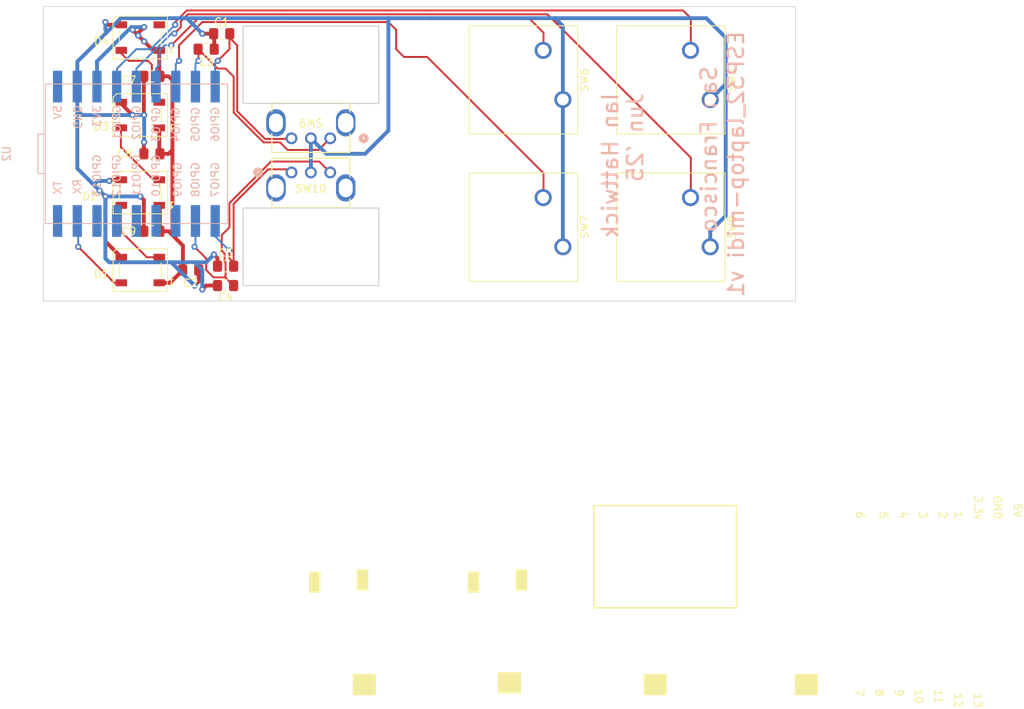
<source format=kicad_pcb>
(kicad_pcb (version 20240108) (generator "pcbnew") (generator_version "8.0")
  (layers (0 "F.Cu" signal) (31 "B.Cu" signal) (34 "B.Paste" user) (35 "F.Paste" user) (36 "B.SilkS" user "B.Silkscreen") (37 "F.SilkS" user "F.Silkscreen") (38 "B.Mask" user) (39 "F.Mask" user) (44 "Edge.Cuts" user))
  (net 0 "")
  (net 1 "/A1")
  (net 2 "+3.3V")
  (net 3 "GND")
  (net 4 "/A2")
  (net 5 "/A3")
  (net 6 "/A0")
  (net 7 "/A8")
  (net 8 "/A9")
  (net 9 "/D0")
  (net 10 "+5V")
  (net 11 "/DI")
  (net 12 "Net-(D1-DOUT)")
  (net 13 "Net-(D2-DOUT)")
  (net 14 "Net-(D3-DOUT)")
  (net 16 "/EncA1")
  (net 17 "/EncB2")
  (net 18 "/EncB1")
  (net 19 "/EncA2")
  (footprint "LED_SMD:LED_WS2812B_PLCC4_5.0x5.0mm_P3.2mm" (layer "F.Cu") (at 165.5 36 180)
    (property "Reference" "D3" (at 5 -1.5 0) (layer "F.SilkS"))
    (property "Value" "WS2812B")
    (fp_line (start 3.5 2.3) (end 3.5 -2.75) (stroke (width 0.12)) (layer "F.SilkS"))
    (fp_line (start 3.05 2.75) (end 3.5 2.3) (stroke (width 0.12)) (layer "F.SilkS"))
    (fp_line (start 2.7 0.9) (end 2.7 -0.9) (stroke (width 0.12)) (layer "F.SilkS"))
    (fp_line (start -2.7 0.9) (end -2.7 -0.9) (stroke (width 0.12)) (layer "F.SilkS"))
    (fp_line (start -3.5 2.75) (end 3.05 2.75) (stroke (width 0.12)) (layer "F.SilkS"))
    (fp_line (start -3.5 -2.75) (end 3.5 -2.75) (stroke (width 0.12)) (layer "F.SilkS"))
    (fp_line (start -3.5 -2.75) (end -3.5 2.75) (stroke (width 0.12)) (layer "F.SilkS"))
    (fp_text user "1" (at -4 -1.6 180) (layer "F.SilkS") (effects (font (size 0.8 0.8))))
    (pad "1" smd roundrect (at -2.45 -1.65 180) (size 1.5 0.9) (layers "F.Cu" "F.Paste" "F.Mask") (roundrect_rratio 0.1) (net 2 "+3.3V"))
    (pad "2" smd roundrect (at -2.45 1.65 180) (size 1.5 0.9) (layers "F.Cu" "F.Paste" "F.Mask") (roundrect_rratio 0.1) (net 14 "Net-(D3-DOUT)"))
    (pad "3" smd roundrect (at 2.45 1.65 180) (size 1.5 0.9) (layers "F.Cu" "F.Paste" "F.Mask") (roundrect_rratio 0.1) (net 3 "GND"))
    (pad "4" smd roundrect (at 2.45 -1.65 180) (size 1.5 0.9) (layers "F.Cu" "F.Paste" "F.Mask") (roundrect_rratio 0.1) (net 13 "Net-(D2-DOUT)"))
  )
  (footprint "Button_Switch_Keyboard:SW_Cherry_MX_1.00u_PCB" (layer "F.Cu") (at 220 34 -90)
    (property "Reference" "SW6" (at -2.54 -2.794 90) (layer "F.SilkS"))
    (property "Value" "SW_SPST")
    (fp_line (start -9.525 12.065) (end -9.525 -1.905) (stroke (width 0.12)) (layer "F.SilkS"))
    (fp_line (start 4.445 12.065) (end -9.525 12.065) (stroke (width 0.12)) (layer "F.SilkS"))
    (fp_line (start -9.525 -1.905) (end 4.445 -1.905) (stroke (width 0.12)) (layer "F.SilkS"))
    (fp_line (start 4.445 -1.905) (end 4.445 12.065) (stroke (width 0.12)) (layer "F.SilkS"))
    (pad "" np_thru_hole circle (at -7.62 5.08 270) (size 1.7 1.7) (drill 1.7) (layers "*.Cu" "*.Mask"))
    (pad "" np_thru_hole circle (at -2.54 5.08 270) (size 4 4) (drill 4) (layers "*.Cu" "*.Mask"))
    (pad "" np_thru_hole circle (at 2.54 5.08 270) (size 1.7 1.7) (drill 1.7) (layers "*.Cu" "*.Mask"))
    (pad "1" thru_hole circle (at 0 0 270) (size 2.2 2.2) (drill 1.5) (layers "*.Cu" "*.Mask") (net 3 "GND"))
    (pad "2" thru_hole circle (at -6.35 2.54 270) (size 2.2 2.2) (drill 1.5) (layers "*.Cu" "*.Mask") (net 4 "/A2"))
  )
  (footprint "LED_SMD:LED_WS2812B_PLCC4_5.0x5.0mm_P3.2mm" (layer "F.Cu") (at 165.5 26 180)
    (property "Reference" "D4" (at 5 -0.5 0) (layer "F.SilkS"))
    (property "Value" "WS2812B")
    (fp_line (start 3.5 2.3) (end 3.5 -2.75) (stroke (width 0.12)) (layer "F.SilkS"))
    (fp_line (start 3.05 2.75) (end 3.5 2.3) (stroke (width 0.12)) (layer "F.SilkS"))
    (fp_line (start 2.7 0.9) (end 2.7 -0.9) (stroke (width 0.12)) (layer "F.SilkS"))
    (fp_line (start -2.7 0.9) (end -2.7 -0.9) (stroke (width 0.12)) (layer "F.SilkS"))
    (fp_line (start -3.5 2.75) (end 3.05 2.75) (stroke (width 0.12)) (layer "F.SilkS"))
    (fp_line (start -3.5 -2.75) (end 3.5 -2.75) (stroke (width 0.12)) (layer "F.SilkS"))
    (fp_line (start -3.5 -2.75) (end -3.5 2.75) (stroke (width 0.12)) (layer "F.SilkS"))
    (fp_text user "1" (at -4 -1.6 180) (layer "F.SilkS") (effects (font (size 0.8 0.8))))
    (pad "1" smd roundrect (at -2.45 -1.65 180) (size 1.5 0.9) (layers "F.Cu" "F.Paste" "F.Mask") (roundrect_rratio 0.1) (net 2 "+3.3V"))
    (pad "2" smd roundrect (at -2.45 1.65 180) (size 1.5 0.9) (layers "F.Cu" "F.Paste" "F.Mask") (roundrect_rratio 0.1))
    (pad "3" smd roundrect (at 2.45 1.65 180) (size 1.5 0.9) (layers "F.Cu" "F.Paste" "F.Mask") (roundrect_rratio 0.1) (net 3 "GND"))
    (pad "4" smd roundrect (at 2.45 -1.65 180) (size 1.5 0.9) (layers "F.Cu" "F.Paste" "F.Mask") (roundrect_rratio 0.1) (net 14 "Net-(D3-DOUT)"))
  )
  (footprint "Capacitor_SMD:C_0805_2012Metric_Pad1.18x1.45mm_HandSolder" (layer "F.Cu") (at 167 41)
    (property "Reference" "C8" (at -3.5 0 0) (layer "F.SilkS"))
    (property "Value" "0.1uF")
    (fp_line (start -0.261252 -0.735) (end 0.261252 -0.735) (stroke (width 0.12)) (layer "F.SilkS"))
    (fp_line (start -0.261252 0.735) (end 0.261252 0.735) (stroke (width 0.12)) (layer "F.SilkS"))
    (pad "1" smd roundrect (at -1.0375 0) (size 1.175 1.45) (layers "F.Cu" "F.Paste" "F.Mask") (roundrect_rratio 0.212766) (net 3 "GND"))
    (pad "2" smd roundrect (at 1.0375 0) (size 1.175 1.45) (layers "F.Cu" "F.Paste" "F.Mask") (roundrect_rratio 0.212766) (net 2 "+3.3V"))
  )
  (footprint "Button_Switch_Keyboard:SW_Cherry_MX_1.00u_PCB" (layer "F.Cu") (at 239 53 -90)
    (property "Reference" "SW8" (at -2.54 -2.794 90) (layer "F.SilkS"))
    (property "Value" "SW_SPST")
    (fp_line (start -9.525 12.065) (end -9.525 -1.905) (stroke (width 0.12)) (layer "F.SilkS"))
    (fp_line (start 4.445 12.065) (end -9.525 12.065) (stroke (width 0.12)) (layer "F.SilkS"))
    (fp_line (start -9.525 -1.905) (end 4.445 -1.905) (stroke (width 0.12)) (layer "F.SilkS"))
    (fp_line (start 4.445 -1.905) (end 4.445 12.065) (stroke (width 0.12)) (layer "F.SilkS"))
    (pad "" np_thru_hole circle (at -7.62 5.08 270) (size 1.7 1.7) (drill 1.7) (layers "*.Cu" "*.Mask"))
    (pad "" np_thru_hole circle (at -2.54 5.08 270) (size 4 4) (drill 4) (layers "*.Cu" "*.Mask"))
    (pad "" np_thru_hole circle (at 2.54 5.08 270) (size 1.7 1.7) (drill 1.7) (layers "*.Cu" "*.Mask"))
    (pad "1" thru_hole circle (at 0 0 270) (size 2.2 2.2) (drill 1.5) (layers "*.Cu" "*.Mask") (net 3 "GND"))
    (pad "2" thru_hole circle (at -6.35 2.54 270) (size 2.2 2.2) (drill 1.5) (layers "*.Cu" "*.Mask") (net 1 "/A1"))
  )
  (footprint "MountingHole:MountingHole_3.2mm_M3" (layer "F.Cu") (at 156 57)
    (property "Reference" "H6" (hide yes))
    (property "Value" "MountingHole")
    (pad "" np_thru_hole circle (at 0 -1) (size 3.2 3.2) (drill 3.2) (layers "F&B.Cu" "*.Mask"))
  )
  (footprint "LED_SMD:LED_WS2812B_PLCC4_5.0x5.0mm_P3.2mm" (layer "F.Cu") (at 165.5 46 180)
    (property "Reference" "D2" (at 6.5 -0.5 0) (layer "F.SilkS"))
    (property "Value" "WS2812B")
    (fp_line (start 3.5 2.3) (end 3.5 -2.75) (stroke (width 0.12)) (layer "F.SilkS"))
    (fp_line (start 3.05 2.75) (end 3.5 2.3) (stroke (width 0.12)) (layer "F.SilkS"))
    (fp_line (start 2.7 0.9) (end 2.7 -0.9) (stroke (width 0.12)) (layer "F.SilkS"))
    (fp_line (start -2.7 0.9) (end -2.7 -0.9) (stroke (width 0.12)) (layer "F.SilkS"))
    (fp_line (start -3.5 2.75) (end 3.05 2.75) (stroke (width 0.12)) (layer "F.SilkS"))
    (fp_line (start -3.5 -2.75) (end 3.5 -2.75) (stroke (width 0.12)) (layer "F.SilkS"))
    (fp_line (start -3.5 -2.75) (end -3.5 2.75) (stroke (width 0.12)) (layer "F.SilkS"))
    (fp_text user "1" (at -4 -1.6 180) (layer "F.SilkS") (effects (font (size 0.8 0.8))))
    (pad "1" smd roundrect (at -2.45 -1.65 180) (size 1.5 0.9) (layers "F.Cu" "F.Paste" "F.Mask") (roundrect_rratio 0.1) (net 2 "+3.3V"))
    (pad "2" smd roundrect (at -2.45 1.65 180) (size 1.5 0.9) (layers "F.Cu" "F.Paste" "F.Mask") (roundrect_rratio 0.1) (net 13 "Net-(D2-DOUT)"))
    (pad "3" smd roundrect (at 2.45 1.65 180) (size 1.5 0.9) (layers "F.Cu" "F.Paste" "F.Mask") (roundrect_rratio 0.1) (net 3 "GND"))
    (pad "4" smd roundrect (at 2.45 -1.65 180) (size 1.5 0.9) (layers "F.Cu" "F.Paste" "F.Mask") (roundrect_rratio 0.1) (net 12 "Net-(D1-DOUT)"))
  )
  (footprint "Capacitor_SMD:C_0805_2012Metric_Pad1.18x1.45mm_HandSolder" (layer "F.Cu") (at 167 51)
    (property "Reference" "C9" (at -3 0 0) (layer "F.SilkS"))
    (property "Value" "0.1uF")
    (fp_line (start -0.261252 -0.735) (end 0.261252 -0.735) (stroke (width 0.12)) (layer "F.SilkS"))
    (fp_line (start -0.261252 0.735) (end 0.261252 0.735) (stroke (width 0.12)) (layer "F.SilkS"))
    (pad "1" smd roundrect (at -1.0375 0) (size 1.175 1.45) (layers "F.Cu" "F.Paste" "F.Mask") (roundrect_rratio 0.212766) (net 3 "GND"))
    (pad "2" smd roundrect (at 1.0375 0) (size 1.175 1.45) (layers "F.Cu" "F.Paste" "F.Mask") (roundrect_rratio 0.212766) (net 2 "+3.3V"))
  )
  (footprint "Button_Switch_Keyboard:SW_Cherry_MX_1.00u_PCB" (layer "F.Cu") (at 239 34 -90)
    (property "Reference" "SW5" (at -2.54 -2.794 -90) (layer "F.SilkS"))
    (property "Value" "SW_SPST")
    (fp_line (start -9.525 12.065) (end -9.525 -1.905) (stroke (width 0.12)) (layer "F.SilkS"))
    (fp_line (start 4.445 12.065) (end -9.525 12.065) (stroke (width 0.12)) (layer "F.SilkS"))
    (fp_line (start -9.525 -1.905) (end 4.445 -1.905) (stroke (width 0.12)) (layer "F.SilkS"))
    (fp_line (start 4.445 -1.905) (end 4.445 12.065) (stroke (width 0.12)) (layer "F.SilkS"))
    (pad "" np_thru_hole circle (at -7.62 5.08 270) (size 1.7 1.7) (drill 1.7) (layers "*.Cu" "*.Mask"))
    (pad "" np_thru_hole circle (at -2.54 5.08 270) (size 4 4) (drill 4) (layers "*.Cu" "*.Mask"))
    (pad "" np_thru_hole circle (at 2.54 5.08 270) (size 1.7 1.7) (drill 1.7) (layers "*.Cu" "*.Mask"))
    (pad "1" thru_hole circle (at 0 0 270) (size 2.2 2.2) (drill 1.5) (layers "*.Cu" "*.Mask") (net 3 "GND"))
    (pad "2" thru_hole circle (at -6.35 2.54 270) (size 2.2 2.2) (drill 1.5) (layers "*.Cu" "*.Mask") (net 6 "/A0"))
  )
  (footprint "Capacitor_SMD:C_0805_2012Metric_Pad1.18x1.45mm_HandSolder" (layer "F.Cu") (at 167 31)
    (property "Reference" "C7" (at -3 0.5 0) (layer "F.SilkS"))
    (property "Value" "0.1uF")
    (fp_line (start -0.261252 -0.735) (end 0.261252 -0.735) (stroke (width 0.12)) (layer "F.SilkS"))
    (fp_line (start -0.261252 0.735) (end 0.261252 0.735) (stroke (width 0.12)) (layer "F.SilkS"))
    (pad "1" smd roundrect (at -1.0375 0) (size 1.175 1.45) (layers "F.Cu" "F.Paste" "F.Mask") (roundrect_rratio 0.212766) (net 3 "GND"))
    (pad "2" smd roundrect (at 1.0375 0) (size 1.175 1.45) (layers "F.Cu" "F.Paste" "F.Mask") (roundrect_rratio 0.212766) (net 2 "+3.3V"))
  )
  (footprint "MountingHole:MountingHole_3.2mm_M3" (layer "F.Cu") (at 247 56)
    (property "Reference" "H4" (hide yes))
    (property "Value" "MountingHole")
    (pad "" np_thru_hole circle (at 0 0) (size 3.2 3.2) (drill 3.2) (layers "F&B.Cu" "*.Mask"))
  )
  (footprint "MountingHole:MountingHole_3.2mm_M3" (layer "F.Cu") (at 201 55)
    (property "Reference" "H5" (hide yes))
    (property "Value" "MountingHole")
    (pad "" np_thru_hole circle (at 0 1) (size 3.2 3.2) (drill 3.2) (layers "F&B.Cu" "*.Mask"))
  )
  (footprint "LED_SMD:LED_WS2812B_PLCC4_5.0x5.0mm_P3.2mm" (layer "F.Cu") (at 165.5 56 180)
    (property "Reference" "D1" (at 5 -0.5 0) (layer "F.SilkS"))
    (property "Value" "WS2812B")
    (fp_line (start 3.5 2.3) (end 3.5 -2.75) (stroke (width 0.12)) (layer "F.SilkS"))
    (fp_line (start 3.05 2.75) (end 3.5 2.3) (stroke (width 0.12)) (layer "F.SilkS"))
    (fp_line (start 2.7 0.9) (end 2.7 -0.9) (stroke (width 0.12)) (layer "F.SilkS"))
    (fp_line (start -2.7 0.9) (end -2.7 -0.9) (stroke (width 0.12)) (layer "F.SilkS"))
    (fp_line (start -3.5 2.75) (end 3.05 2.75) (stroke (width 0.12)) (layer "F.SilkS"))
    (fp_line (start -3.5 -2.75) (end 3.5 -2.75) (stroke (width 0.12)) (layer "F.SilkS"))
    (fp_line (start -3.5 -2.75) (end -3.5 2.75) (stroke (width 0.12)) (layer "F.SilkS"))
    (fp_text user "1" (at -4 -1.6 180) (layer "F.SilkS") (effects (font (size 0.8 0.8))))
    (pad "1" smd roundrect (at -2.45 -1.65 180) (size 1.5 0.9) (layers "F.Cu" "F.Paste" "F.Mask") (roundrect_rratio 0.1) (net 2 "+3.3V"))
    (pad "2" smd roundrect (at -2.45 1.65 180) (size 1.5 0.9) (layers "F.Cu" "F.Paste" "F.Mask") (roundrect_rratio 0.1) (net 12 "Net-(D1-DOUT)"))
    (pad "3" smd roundrect (at 2.45 1.65 180) (size 1.5 0.9) (layers "F.Cu" "F.Paste" "F.Mask") (roundrect_rratio 0.1) (net 3 "GND"))
    (pad "4" smd roundrect (at 2.45 -1.65 180) (size 1.5 0.9) (layers "F.Cu" "F.Paste" "F.Mask") (roundrect_rratio 0.1) (net 11 "/DI"))
  )
  (footprint "Capacitor_SMD:C_0805_2012Metric_Pad1.18x1.45mm_HandSolder" (layer "F.Cu") (at 172 56 180)
    (property "Reference" "C2" (at 0 -1.68 180) (layer "F.SilkS"))
    (property "Value" "0.1uF")
    (fp_line (start -0.261252 0.735) (end 0.261252 0.735) (stroke (width 0.12)) (layer "F.SilkS"))
    (fp_line (start -0.261252 -0.735) (end 0.261252 -0.735) (stroke (width 0.12)) (layer "F.SilkS"))
    (pad "1" smd roundrect (at -1.0375 0 180) (size 1.175 1.45) (layers "F.Cu" "F.Paste" "F.Mask") (roundrect_rratio 0.212766) (net 3 "GND"))
    (pad "2" smd roundrect (at 1.0375 0 180) (size 1.175 1.45) (layers "F.Cu" "F.Paste" "F.Mask") (roundrect_rratio 0.212766) (net 2 "+3.3V"))
  )
  (footprint "ih_kicad:EC10E1220505_AAL" (layer "F.Cu") (at 190 39 180)
    (property "Reference" "SW9" (at 2.5 2 180) (layer "F.SilkS"))
    (property "Value" "RotaryEncoder")
    (fp_circle (center -4.3072 0) (end -3.9262 0) (stroke (width 0.508)) (fill none) (layer "B.SilkS"))
    (fp_line (start 7.5292 4.523001) (end 7.5292 3.386841) (stroke (width 0.1524)) (layer "F.SilkS"))
    (fp_line (start 7.5292 0.613161) (end 7.5292 -1.827) (stroke (width 0.1524)) (layer "F.SilkS"))
    (fp_line (start 7.5292 -1.827) (end -2.5292 -1.827) (stroke (width 0.1524)) (layer "F.SilkS"))
    (fp_line (start -2.5292 4.523001) (end 7.5292 4.523001) (stroke (width 0.1524)) (layer "F.SilkS"))
    (fp_line (start -2.5292 3.386841) (end -2.5292 4.523001) (stroke (width 0.1524)) (layer "F.SilkS"))
    (fp_line (start -2.5292 -1.827) (end -2.5292 0.613161) (stroke (width 0.1524)) (layer "F.SilkS"))
    (fp_circle (center -4.3072 0) (end -3.9262 0) (stroke (width 0.508)) (fill none) (layer "F.SilkS"))
    (pad "4" thru_hole oval (at -1.999999 2.000001 180) (size 2.5 3.5) (drill oval 2 2.5) (layers "*.Cu" "*.Mask"))
    (pad "5" thru_hole oval (at 6.999999 2.000001 180) (size 2.5 3.5) (drill oval 1.8 2.4) (layers "*.Cu" "*.Mask"))
    (pad "A" thru_hole circle (at 0 0 180) (size 1.524 1.524) (drill 0.9652) (layers "*.Cu" "*.Mask") (net 16 "/EncA1"))
    (pad "B" thru_hole circle (at 5 0 180) (size 1.524 1.524) (drill 0.9652) (layers "*.Cu" "*.Mask") (net 18 "/EncB1"))
    (pad "C" thru_hole circle (at 2.5 0 180) (size 1.524 1.524) (drill 0.9652) (layers "*.Cu" "*.Mask") (net 3 "GND"))
  )
  (footprint "ih_kicad:EC10E1220505_AAL" (layer "F.Cu") (at 185 43.4069)
    (property "Reference" "SW10" (at 2.5 2.0931 0) (layer "F.SilkS"))
    (property "Value" "RotaryEncoder")
    (fp_circle (center -4.3072 0) (end -3.9262 0) (stroke (width 0.508)) (fill none) (layer "B.SilkS"))
    (fp_line (start -2.5292 -1.827) (end -2.5292 0.613161) (stroke (width 0.1524)) (layer "F.SilkS"))
    (fp_line (start -2.5292 3.386841) (end -2.5292 4.523001) (stroke (width 0.1524)) (layer "F.SilkS"))
    (fp_line (start -2.5292 4.523001) (end 7.5292 4.523001) (stroke (width 0.1524)) (layer "F.SilkS"))
    (fp_line (start 7.5292 -1.827) (end -2.5292 -1.827) (stroke (width 0.1524)) (layer "F.SilkS"))
    (fp_line (start 7.5292 0.613161) (end 7.5292 -1.827) (stroke (width 0.1524)) (layer "F.SilkS"))
    (fp_line (start 7.5292 4.523001) (end 7.5292 3.386841) (stroke (width 0.1524)) (layer "F.SilkS"))
    (fp_circle (center -4.3072 0) (end -3.9262 0) (stroke (width 0.508)) (fill none) (layer "F.SilkS"))
    (pad "4" thru_hole oval (at -1.999999 2.000001) (size 2.5 3.5) (drill oval 2 2.5) (layers "*.Cu" "*.Mask"))
    (pad "5" thru_hole oval (at 6.999999 2.000001) (size 2.5 3.5) (drill oval 1.8 2.4) (layers "*.Cu" "*.Mask"))
    (pad "A" thru_hole circle (at 0 0) (size 1.524 1.524) (drill 0.9652) (layers "*.Cu" "*.Mask") (net 19 "/EncA2"))
    (pad "B" thru_hole circle (at 5 0) (size 1.524 1.524) (drill 0.9652) (layers "*.Cu" "*.Mask") (net 17 "/EncB2"))
    (pad "C" thru_hole circle (at 2.5 0) (size 1.524 1.524) (drill 0.9652) (layers "*.Cu" "*.Mask") (net 3 "GND"))
  )
  (footprint "Capacitor_SMD:C_0805_2012Metric_Pad1.18x1.45mm_HandSolder" (layer "F.Cu") (at 174 27.5 180)
    (property "Reference" "C3" (at 0 -1.68 0) (layer "F.SilkS"))
    (property "Value" "10nF")
    (fp_line (start -0.261252 0.735) (end 0.261252 0.735) (stroke (width 0.12)) (layer "F.SilkS"))
    (fp_line (start -0.261252 -0.735) (end 0.261252 -0.735) (stroke (width 0.12)) (layer "F.SilkS"))
    (pad "1" smd roundrect (at -1.0375 0 180) (size 1.175 1.45) (layers "F.Cu" "F.Paste" "F.Mask") (roundrect_rratio 0.212766) (net 3 "GND"))
    (pad "2" smd roundrect (at 1.0375 0 180) (size 1.175 1.45) (layers "F.Cu" "F.Paste" "F.Mask") (roundrect_rratio 0.212766) (net 16 "/EncA1"))
  )
  (footprint "MountingHole:MountingHole_3.2mm_M3" (layer "F.Cu") (at 201 26)
    (property "Reference" "H2" (hide yes))
    (property "Value" "MountingHole")
    (pad "" np_thru_hole circle (at 0 0) (size 3.2 3.2) (drill 3.2) (layers "F&B.Cu" "*.Mask"))
  )
  (footprint "MountingHole:MountingHole_3.2mm_M3" (layer "F.Cu") (at 156 25.5)
    (property "Reference" "H3" (hide yes))
    (property "Value" "MountingHole")
    (pad "" np_thru_hole circle (at 0 0.5) (size 3.2 3.2) (drill 3.2) (layers "F&B.Cu" "*.Mask"))
  )
  (footprint "Capacitor_SMD:C_0805_2012Metric_Pad1.18x1.45mm_HandSolder" (layer "F.Cu") (at 176 25.5 180)
    (property "Reference" "C1" (at 0 1.5 0) (layer "F.SilkS"))
    (property "Value" "10nF")
    (fp_line (start -0.261252 0.735) (end 0.261252 0.735) (stroke (width 0.12)) (layer "F.SilkS"))
    (fp_line (start -0.261252 -0.735) (end 0.261252 -0.735) (stroke (width 0.12)) (layer "F.SilkS"))
    (pad "1" smd roundrect (at -1.0375 0 180) (size 1.175 1.45) (layers "F.Cu" "F.Paste" "F.Mask") (roundrect_rratio 0.212766) (net 18 "/EncB1"))
    (pad "2" smd roundrect (at 1.0375 0 180) (size 1.175 1.45) (layers "F.Cu" "F.Paste" "F.Mask") (roundrect_rratio 0.212766) (net 3 "GND"))
  )
  (footprint "Capacitor_SMD:C_0805_2012Metric_Pad1.18x1.45mm_HandSolder" (layer "F.Cu") (at 176.5 58 180)
    (property "Reference" "C4" (at 0 -1.5 0) (layer "F.SilkS"))
    (property "Value" "10nF")
    (fp_line (start -0.261252 0.735) (end 0.261252 0.735) (stroke (width 0.12)) (layer "F.SilkS"))
    (fp_line (start -0.261252 -0.735) (end 0.261252 -0.735) (stroke (width 0.12)) (layer "F.SilkS"))
    (pad "1" smd roundrect (at -1.0375 0 180) (size 1.175 1.45) (layers "F.Cu" "F.Paste" "F.Mask") (roundrect_rratio 0.212766) (net 17 "/EncB2"))
    (pad "2" smd roundrect (at 1.0375 0 180) (size 1.175 1.45) (layers "F.Cu" "F.Paste" "F.Mask") (roundrect_rratio 0.212766) (net 3 "GND"))
  )
  (footprint "Button_Switch_Keyboard:SW_Cherry_MX_1.00u_PCB" (layer "F.Cu") (at 220 53 -90)
    (property "Reference" "SW7" (at -2.54 -2.794 90) (layer "F.SilkS"))
    (property "Value" "SW_SPST")
    (fp_line (start -9.525 12.065) (end -9.525 -1.905) (stroke (width 0.12)) (layer "F.SilkS"))
    (fp_line (start 4.445 12.065) (end -9.525 12.065) (stroke (width 0.12)) (layer "F.SilkS"))
    (fp_line (start -9.525 -1.905) (end 4.445 -1.905) (stroke (width 0.12)) (layer "F.SilkS"))
    (fp_line (start 4.445 -1.905) (end 4.445 12.065) (stroke (width 0.12)) (layer "F.SilkS"))
    (pad "" np_thru_hole circle (at -7.62 5.08 270) (size 1.7 1.7) (drill 1.7) (layers "*.Cu" "*.Mask"))
    (pad "" np_thru_hole circle (at -2.54 5.08 270) (size 4 4) (drill 4) (layers "*.Cu" "*.Mask"))
    (pad "" np_thru_hole circle (at 2.54 5.08 270) (size 1.7 1.7) (drill 1.7) (layers "*.Cu" "*.Mask"))
    (pad "1" thru_hole circle (at 0 0 270) (size 2.2 2.2) (drill 1.5) (layers "*.Cu" "*.Mask") (net 3 "GND"))
    (pad "2" thru_hole circle (at -6.35 2.54 270) (size 2.2 2.2) (drill 1.5) (layers "*.Cu" "*.Mask") (net 5 "/A3"))
  )
  (footprint "Capacitor_SMD:C_0805_2012Metric_Pad1.18x1.45mm_HandSolder" (layer "F.Cu") (at 176.5 55.5)
    (property "Reference" "C5" (at 0 -1.68 0) (layer "F.SilkS"))
    (property "Value" "10nF")
    (fp_line (start -0.261252 -0.735) (end 0.261252 -0.735) (stroke (width 0.12)) (layer "F.SilkS"))
    (fp_line (start -0.261252 0.735) (end 0.261252 0.735) (stroke (width 0.12)) (layer "F.SilkS"))
    (pad "1" smd roundrect (at -1.0375 0) (size 1.175 1.45) (layers "F.Cu" "F.Paste" "F.Mask") (roundrect_rratio 0.212766) (net 3 "GND"))
    (pad "2" smd roundrect (at 1.0375 0) (size 1.175 1.45) (layers "F.Cu" "F.Paste" "F.Mask") (roundrect_rratio 0.212766) (net 19 "/EncA2"))
  )
  (footprint "MountingHole:MountingHole_3.2mm_M3" (layer "F.Cu") (at 247 26)
    (property "Reference" "H1" (hide yes))
    (property "Value" "MountingHole")
    (pad "" np_thru_hole circle (at 0 0) (size 3.2 3.2) (drill 3.2) (layers "F&B.Cu" "*.Mask"))
  )
  (footprint "ih_kicad:Wifiduino-ESP32S3-SMD" (layer "B.Cu") (at 165 41 -90)
    (property "Reference" "U2" (at 0 16.74 90) (layer "B.SilkS") (effects (justify mirror)))
    (property "Value" "~")
    (fp_line (start -2.54 12.7) (end -2.54 11.75) (stroke (width 0.12)) (layer "B.SilkS"))
    (fp_line (start 2.54 12.7) (end -2.54 12.7) (stroke (width 0.12)) (layer "B.SilkS"))
    (fp_line (start -9 11.75) (end 9 11.75) (stroke (width 0.12)) (layer "B.SilkS"))
    (fp_line (start 2.54 11.75) (end 2.54 12.7) (stroke (width 0.12)) (layer "B.SilkS"))
    (fp_line (start 9 11.75) (end 9 -11.75) (stroke (width 0.12)) (layer "B.SilkS"))
    (fp_line (start -9 -11.75) (end -9 11.75) (stroke (width 0.12)) (layer "B.SilkS"))
    (fp_line (start 9 -11.75) (end -9 -11.75) (stroke (width 0.12)) (layer "B.SilkS"))
    (fp_text user "TX" (at 5.309999 10.16 90) (layer "B.SilkS") (effects (justify right mirror)))
    (fp_text user "5V" (at -6.35 10.16 90) (layer "B.SilkS") (effects (justify left mirror)))
    (fp_text user "GPIO2" (at -6.35 0 90) (layer "B.SilkS") (effects (justify left mirror)))
    (fp_text user "RX" (at 5.309999 7.62 90) (layer "B.SilkS") (effects (justify right mirror)))
    (fp_text user "GND" (at -6.35 7.62 -90) (layer "B.SilkS") (effects (justify right mirror)))
    (fp_text user "GPIO9" (at 1 -5.309999 90) (layer "B.SilkS") (effects (justify left mirror)))
    (fp_text user "GPIO7" (at 1 -10.16 90) (layer "B.SilkS") (effects (justify left mirror)))
    (fp_text user "GPIO11" (at 0 0 90) (layer "B.SilkS") (effects (justify left mirror)))
    (fp_text user "GPIO8" (at 1 -7.62 90) (layer "B.SilkS") (effects (justify left mirror)))
    (fp_text user "GPIO10" (at 0 -2.54 90) (layer "B.SilkS") (effects (justify left mirror)))
    (fp_text user "GPIO4" (at -6.120001 -5.08 90) (layer "B.SilkS") (effects (justify left mirror)))
    (fp_text user "GPIO3" (at -6.120001 -2.54 90) (layer "B.SilkS") (effects (justify left mirror)))
    (fp_text user "3V3" (at -6.35 5.08 90) (layer "B.SilkS") (effects (justify left mirror)))
    (fp_text user "GPIO13" (at 0 5.08 90) (layer "B.SilkS") (effects (justify left mirror)))
    (fp_text user "GPIO5" (at -6.120001 -7.62 90) (layer "B.SilkS") (effects (justify left mirror)))
    (fp_text user "GPIO1" (at -6.35 2.54 90) (layer "B.SilkS") (effects (justify left mirror)))
    (fp_text user "GPIO12" (at 0 2.54 90) (layer "B.SilkS") (effects (justify left mirror)))
    (fp_text user "GPIO6" (at -6.120001 -10.16 90) (layer "B.SilkS") (effects (justify left mirror)))
    (pad "1" smd custom (at -7.62 10.16) (size 1.2 2) (layers "B.Cu" "B.Paste" "B.Mask") (net 10 "+5V") (options (clearance outline) (anchor rect)) (primitives (gr_poly (pts (xy -0.5 -3) (xy -0.5 0.5) (xy 0.5 0.5) (xy 0.5 -3)) (width 0.2) (fill yes))))
    (pad "2" smd custom (at -7.62 7.62) (size 1.2 2) (layers "B.Cu" "B.Paste" "B.Mask") (net 3 "GND") (options (clearance outline) (anchor rect)) (primitives (gr_poly (pts (xy -0.5 -3) (xy -0.5 0.5) (xy 0.5 0.5) (xy 0.5 -3)) (width 0.2) (fill yes))))
    (pad "3" smd custom (at -7.62 5.08) (size 1.2 2) (layers "B.Cu" "B.Paste" "B.Mask") (net 2 "+3.3V") (options (clearance outline) (anchor rect)) (primitives (gr_poly (pts (xy -0.5 -3) (xy -0.5 0.5) (xy 0.5 0.5) (xy 0.5 -3)) (width 0.2) (fill yes))))
    (pad "4" smd custom (at -7.62 2.54) (size 1.2 2) (layers "B.Cu" "B.Paste" "B.Mask") (net 6 "/A0") (options (clearance outline) (anchor rect)) (primitives (gr_poly (pts (xy -0.5 -3) (xy -0.5 0.5) (xy 0.5 0.5) (xy 0.5 -3)) (width 0.2) (fill yes))))
    (pad "5" smd custom (at -7.62 0) (size 1.2 2) (layers "B.Cu" "B.Paste" "B.Mask") (net 1 "/A1") (options (clearance outline) (anchor rect)) (primitives (gr_poly (pts (xy -0.5 -3) (xy -0.5 0.5) (xy 0.5 0.5) (xy 0.5 -3)) (width 0.2) (fill yes))))
    (pad "6" smd custom (at -7.62 -2.54) (size 1.2 2) (layers "B.Cu" "B.Paste" "B.Mask") (net 4 "/A2") (options (clearance outline) (anchor rect)) (primitives (gr_poly (pts (xy -0.5 -3) (xy -0.5 0.5) (xy 0.5 0.5) (xy 0.5 -3)) (width 0.2) (fill yes))))
    (pad "7" smd custom (at -7.62 -5.08) (size 1.2 2) (layers "B.Cu" "B.Paste" "B.Mask") (net 5 "/A3") (options (clearance outline) (anchor rect)) (primitives (gr_poly (pts (xy -0.5 -3) (xy -0.5 0.5) (xy 0.5 0.5) (xy 0.5 -3)) (width 0.2) (fill yes))))
    (pad "8" smd custom (at -7.62 -7.62) (size 1.2 2) (layers "B.Cu" "B.Paste" "B.Mask") (net 16 "/EncA1") (options (clearance outline) (anchor rect)) (primitives (gr_poly (pts (xy -0.5 -3) (xy -0.5 0.5) (xy 0.5 0.5) (xy 0.5 -3)) (width 0.2) (fill yes))))
    (pad "9" smd custom (at -7.62 -10.16) (size 1.2 2) (layers "B.Cu" "B.Paste" "B.Mask") (net 18 "/EncB1") (options (clearance outline) (anchor rect)) (primitives (gr_poly (pts (xy -0.5 -3) (xy -0.5 0.5) (xy 0.5 0.5) (xy 0.5 -3)) (width 0.2) (fill yes))))
    (pad "10" smd custom (at 7.62 -10.16 180) (size 1.2 2) (layers "B.Cu" "B.Paste" "B.Mask") (net 19 "/EncA2") (options (clearance outline) (anchor rect)) (primitives (gr_poly (pts (xy -0.5 -3) (xy -0.5 0.5) (xy 0.5 0.5) (xy 0.5 -3)) (width 0.2) (fill yes))))
    (pad "11" smd custom (at 7.62 -7.62 180) (size 1.2 2) (layers "B.Cu" "B.Paste" "B.Mask") (net 17 "/EncB2") (options (clearance outline) (anchor rect)) (primitives (gr_poly (pts (xy -0.5 -3) (xy -0.5 0.5) (xy 0.5 0.5) (xy 0.5 -3)) (width 0.2) (fill yes))))
    (pad "12" smd custom (at 7.62 -5.08 180) (size 1.2 2) (layers "B.Cu" "B.Paste" "B.Mask") (net 7 "/A8") (options (clearance outline) (anchor rect)) (primitives (gr_poly (pts (xy -0.5 -3) (xy -0.5 0.5) (xy 0.5 0.5) (xy 0.5 -3)) (width 0.2) (fill yes))))
    (pad "13" smd custom (at 7.62 -2.54 180) (size 1.2 2) (layers "B.Cu" "B.Paste" "B.Mask") (net 8 "/A9") (options (clearance outline) (anchor rect)) (primitives (gr_poly (pts (xy -0.5 -3) (xy -0.5 0.5) (xy 0.5 0.5) (xy 0.5 -3)) (width 0.2) (fill yes))))
    (pad "14" smd custom (at 7.62 0 180) (size 1.2 2) (layers "B.Cu" "B.Paste" "B.Mask") (net 9 "/D0") (options (clearance outline) (anchor rect)) (primitives (gr_poly (pts (xy -0.5 -3) (xy -0.5 0.5) (xy 0.5 0.5) (xy 0.5 -3)) (width 0.2) (fill yes))))
    (pad "15" smd custom (at 7.62 2.54 180) (size 1.2 2) (layers "B.Cu" "B.Paste" "B.Mask") (options (clearance outline) (anchor rect)) (primitives (gr_poly (pts (xy -0.5 -3) (xy -0.5 0.5) (xy 0.5 0.5) (xy 0.5 -3)) (width 0.2) (fill yes))))
    (pad "16" smd custom (at 7.62 5.08 180) (size 1.2 2) (layers "B.Cu" "B.Paste" "B.Mask") (options (clearance outline) (anchor rect)) (primitives (gr_poly (pts (xy -0.5 -3) (xy -0.5 0.5) (xy 0.5 0.5) (xy 0.5 -3)) (width 0.2) (fill yes))))
    (pad "17" smd custom (at 7.62 7.62 180) (size 1.2 2) (layers "B.Cu" "B.Paste" "B.Mask") (net 11 "/DI") (options (clearance outline) (anchor rect)) (primitives (gr_poly (pts (xy -0.5 -3) (xy -0.5 0.5) (xy 0.5 0.5) (xy 0.5 -3)) (width 0.2) (fill yes))))
    (pad "18" smd custom (at 7.62 10.16 180) (size 1.2 2) (layers "B.Cu" "B.Paste" "B.Mask") (options (clearance outline) (anchor rect)) (primitives (gr_poly (pts (xy -0.5 -3) (xy -0.5 0.5) (xy 0.5 0.5) (xy 0.5 -3)) (width 0.2) (fill yes))))
  )
  (gr_rect (start 187.353 95) (end 188.647 97.54) (stroke (width 0.2)) (fill solid) (layer "F.SilkS"))
  (gr_rect (start 207.853 95) (end 209.147 97.54) (stroke (width 0.2)) (fill solid) (layer "F.SilkS"))
  (gr_rect (start 224 86.4) (end 242.4 99.6) (stroke (width 0.2)) (fill none) (layer "F.SilkS"))
  (gr_rect (start 211.706 108) (end 214.5 110.54) (stroke (width 0.2)) (fill solid) (layer "F.SilkS"))
  (gr_rect (start 193.5 94.73) (end 194.794 97.27) (stroke (width 0.2)) (fill solid) (layer "F.SilkS"))
  (gr_rect (start 230.5 108.23) (end 233.294 110.77) (stroke (width 0.2)) (fill solid) (layer "F.SilkS"))
  (gr_rect (start 214 94.73) (end 215.294 97.27) (stroke (width 0.2)) (fill solid) (layer "F.SilkS"))
  (gr_rect (start 250 108.23) (end 252.794 110.77) (stroke (width 0.2)) (fill solid) (layer "F.SilkS"))
  (gr_rect (start 193 108.23) (end 195.794 110.77) (stroke (width 0.2)) (fill solid) (layer "F.SilkS"))
  (gr_rect (start 153 22) (end 250 60) (stroke (width 0.1)) (fill none) (layer "Edge.Cuts"))
  (gr_rect (start 178.75 24.5) (end 196.25 34.5) (stroke (width 0.15)) (fill none) (layer "Edge.Cuts"))
  (gr_rect (start 178.75 48) (end 196.25 58) (stroke (width 0.15)) (fill none) (layer "Edge.Cuts"))
  (gr_text "Ian Hattwick \nJun '25" (at 230.5 33 90) (layer "B.SilkS") (effects (font (size 2 2) (thickness 0.3) (bold yes)) (justify left bottom mirror)))
  (gr_text "San Francisco" (at 240 29.5 90) (layer "B.SilkS") (effects (font (size 2 2) (thickness 0.3) (bold yes)) (justify left bottom mirror)))
  (gr_text "ESP32_laptop-midi v1" (at 243.5 25 90) (layer "B.SilkS") (effects (font (size 2 2) (thickness 0.3) (bold yes)) (justify left bottom mirror)))
  (gr_text "2" (at 268.388 87.032 -90) (layer "F.SilkS") (effects (font (size 1 1)) (justify left bottom)))
  (gr_text "4" (at 263.308 87.032 -90) (layer "F.SilkS") (effects (font (size 1 1)) (justify left bottom)))
  (gr_text "3" (at 265.848 87.032 -90) (layer "F.SilkS") (effects (font (size 1 1)) (justify left bottom)))
  (gr_text "5V" (at 278.04 86 -90) (layer "F.SilkS") (effects (font (size 1 1)) (justify left bottom)))
  (gr_text "12" (at 270.38 110.5 -90) (layer "F.SilkS") (effects (font (size 1 1)) (justify left bottom)))
  (gr_text "11" (at 267.84 109.992 -90) (layer "F.SilkS") (effects (font (size 1 1)) (justify left bottom)))
  (gr_text "GND" (at 275.5 85 -90) (layer "F.SilkS") (effects (font (size 1 1)) (justify left bottom)))
  (gr_text "13" (at 272.92 110.5 -90) (layer "F.SilkS") (effects (font (size 1 1)) (justify left bottom)))
  (gr_text "3.3v" (at 272.96 85 -90) (layer "F.SilkS") (effects (font (size 1 1)) (justify left bottom)))
  (gr_text "1" (at 270.42 87.032 -90) (layer "F.SilkS") (effects (font (size 1 1)) (justify left bottom)))
  (gr_text "10" (at 265.3 109.992 -90) (layer "F.SilkS") (effects (font (size 1 1)) (justify left bottom)))
  (gr_text "9" (at 262.76 109.992 -90) (layer "F.SilkS") (effects (font (size 1 1)) (justify left bottom)))
  (gr_text "8" (at 260.22 109.992 -90) (layer "F.SilkS") (effects (font (size 1 1)) (justify left bottom)))
  (gr_text "6" (at 257.72 87.032 -90) (layer "F.SilkS") (effects (font (size 1 1)) (justify left bottom)))
  (gr_text "5" (at 260.768 87.032 -90) (layer "F.SilkS") (effects (font (size 1 1)) (justify left bottom)))
  (gr_text "7" (at 257.68 109.992 -90) (layer "F.SilkS") (effects (font (size 1 1)) (justify left bottom)))
  (segment (start 236.5 41.5) (end 236.5 46.5) (width 0.25) (layer "F.Cu") (net 1))
  (segment (start 170.725 24.650306) (end 170.725 23.911396) (width 0.25) (layer "F.Cu") (net 1))
  (segment (start 169.900153 25.475153) (end 170.725 24.650306) (width 0.25) (layer "F.Cu") (net 1))
  (segment (start 170.725 23.911396) (end 171.636396 23) (width 0.25) (layer "F.Cu") (net 1))
  (segment (start 218 23) (end 236.5 41.5) (width 0.25) (layer "F.Cu") (net 1))
  (segment (start 171.636396 23) (end 218 23) (width 0.25) (layer "F.Cu") (net 1))
  (via (at 169.900153 25.475153) (size 0.8) (drill 0.4) (layers "F.Cu" "B.Cu") (net 1))
  (segment (start 169.524847 25.475153) (end 165 30) (width 0.25) (layer "B.Cu") (net 1))
  (segment (start 165 30) (end 165 33.38) (width 0.25) (layer "B.Cu") (net 1))
  (segment (start 169.900153 25.475153) (end 169.524847 25.475153) (width 0.25) (layer "B.Cu") (net 1))
  (segment (start 168.0375 48.0375) (end 168 48) (width 0.5) (layer "F.Cu") (net 2))
  (segment (start 167.95 37.65) (end 167.95 40.95) (width 0.5) (layer "F.Cu") (net 2))
  (segment (start 168.0375 31) (end 169.15 31) (width 0.5) (layer "F.Cu") (net 2))
  (segment (start 169.65 51.5) (end 169.65 40.5) (width 0.5) (layer "F.Cu") (net 2))
  (segment (start 169.15 31) (end 169.65 31.5) (width 0.5) (layer "F.Cu") (net 2))
  (segment (start 167.95 30.95) (end 168 31) (width 0.5) (layer "F.Cu") (net 2))
  (segment (start 171 52.85) (end 169.65 51.5) (width 0.5) (layer "F.Cu") (net 2))
  (segment (start 167.95 27.65) (end 167.15 27.65) (width 0.5) (layer "F.Cu") (net 2))
  (segment (start 165.237347 25.412653) (end 166 24.65) (width 0.5) (layer "F.Cu") (net 2))
  (segment (start 167.95 27.65) (end 167.95 30.95) (width 0.5) (layer "F.Cu") (net 2))
  (segment (start 168 48) (end 168 47.5) (width 0.5) (layer "F.Cu") (net 2))
  (segment (start 167.95 57.65) (end 169.35 57.65) (width 0.5) (layer "F.Cu") (net 2))
  (segment (start 169.15 51) (end 169.65 51.5) (width 0.5) (layer "F.Cu") (net 2))
  (segment (start 169.35 57.65) (end 171 56) (width 0.5) (layer "F.Cu") (net 2))
  (segment (start 164.5 25) (end 165.237347 25.737347) (width 0.5) (layer "F.Cu") (net 2))
  (segment (start 165.237347 25.737347) (end 165.237347 25.412653) (width 0.5) (layer "F.Cu") (net 2))
  (segment (start 168.0375 51) (end 168.0375 48.0375) (width 0.5) (layer "F.Cu") (net 2))
  (segment (start 167.95 40.95) (end 168 41) (width 0.5) (layer "F.Cu") (net 2))
  (segment (start 167.15 27.65) (end 165.237347 25.737347) (width 0.5) (layer "F.Cu") (net 2))
  (segment (start 169.15 41) (end 169.65 40.5) (width 0.5) (layer "F.Cu") (net 2))
  (segment (start 169.65 40.5) (end 169.65 31.5) (width 0.5) (layer "F.Cu") (net 2))
  (segment (start 171 56) (end 171 52.85) (width 0.5) (layer "F.Cu") (net 2))
  (segment (start 168.0375 51) (end 169.15 51) (width 0.5) (layer "F.Cu") (net 2))
  (segment (start 168.0375 41) (end 169.15 41) (width 0.5) (layer "F.Cu") (net 2))
  (via (at 165.237347 25.737347) (size 0.8) (drill 0.4) (layers "F.Cu" "B.Cu") (net 2))
  (via (at 164.5 25) (size 0.8) (drill 0.4) (layers "F.Cu" "B.Cu") (net 2))
  (via (at 166 26.5) (size 0.8) (drill 0.4) (layers "F.Cu" "B.Cu") (net 2))
  (via (at 166 24.65) (size 0.8) (drill 0.4) (layers "F.Cu" "B.Cu") (net 2))
  (segment (start 164.35 24.65) (end 166 24.65) (width 0.5) (layer "B.Cu") (net 2))
  (segment (start 159.92 29.08) (end 164.35 24.65) (width 0.5) (layer "B.Cu") (net 2))
  (segment (start 159.92 33.38) (end 159.92 29.08) (width 0.5) (layer "B.Cu") (net 2))
  (segment (start 161.35 24.35) (end 161 24) (width 0.5) (layer "F.Cu") (net 3))
  (segment (start 175.4625 55.5) (end 175.4625 54.4625) (width 0.5) (layer "F.Cu") (net 3))
  (segment (start 165.9625 31) (end 165.9625 35.9625) (width 0.5) (layer "F.Cu") (net 3))
  (segment (start 165.9625 41) (end 165.9625 39.5375) (width 0.5) (layer "F.Cu") (net 3))
  (segment (start 175.4625 54.4625) (end 175 54) (width 0.5) (layer "F.Cu") (net 3))
  (segment (start 165.9625 39.5375) (end 166 39.5) (width 0.5) (layer "F.Cu") (net 3))
  (segment (start 175 25.5) (end 173.5 25.5) (width 0.5) (layer "F.Cu") (net 3))
  (segment (start 161 52.3) (end 161 46.5) (width 0.5) (layer "F.Cu") (net 3))
  (segment (start 163.05 54.35) (end 161 52.3) (width 0.5) (layer "F.Cu") (net 3))
  (segment (start 187.5 39) (end 187.5 39.5) (width 0.5) (layer "F.Cu") (net 3))
  (segment (start 175.0375 25.5375) (end 175 25.5) (width 0.5) (layer "F.Cu") (net 3))
  (segment (start 173.0375 56) (end 173.0375 57.4625) (width 0.5) (layer "F.Cu") (net 3))
  (segment (start 163.05 34.55) (end 164.5 36) (width 0.5) (layer "F.Cu") (net 3))
  (segment (start 165.9625 35.9625) (end 166 36) (width 0.5) (layer "F.Cu") (net 3))
  (segment (start 163.05 24.35) (end 161.35 24.35) (width 0.5) (layer "F.Cu") (net 3))
  (segment (start 173.0375 57.4625) (end 172.5 58) (width 0.5) (layer "F.Cu") (net 3))
  (segment (start 165.9625 51) (end 165.9625 46.9625) (width 0.5) (layer "F.Cu") (net 3))
  (segment (start 165.9625 46.9625) (end 165.5 46.5) (width 0.5) (layer "F.Cu") (net 3))
  (segment (start 161.65 44.35) (end 161.5 44.5) (width 0.5) (layer "F.Cu") (net 3))
  (segment (start 175.4625 58) (end 174 58) (width 0.5) (layer "F.Cu") (net 3))
  (segment (start 163.05 34.35) (end 163.05 34.55) (width 0.5) (layer "F.Cu") (net 3))
  (segment (start 163.05 44.35) (end 161.65 44.35) (width 0.5) (layer "F.Cu") (net 3))
  (segment (start 174 58) (end 173.5 58.5) (width 0.5) (layer "F.Cu") (net 3))
  (segment (start 175.0375 27.5) (end 175.0375 25.5375) (width 0.5) (layer "F.Cu") (net 3))
  (via (at 160.25 45.75) (size 0.8) (drill 0.4) (layers "F.Cu" "B.Cu") (net 3))
  (via (at 173.5 25.5) (size 0.8) (drill 0.4) (layers "F.Cu" "B.Cu") (net 3))
  (via (at 166 39.5) (size 0.8) (drill 0.4) (layers "F.Cu" "B.Cu") (net 3))
  (via (at 166 36) (size 0.8) (drill 0.4) (layers "F.Cu" "B.Cu") (net 3))
  (via (at 161.5 44.5) (size 0.8) (drill 0.4) (layers "F.Cu" "B.Cu") (net 3))
  (via (at 172.5 58) (size 0.8) (drill 0.4) (layers "F.Cu" "B.Cu") (net 3))
  (via (at 161 24) (size 0.8) (drill 0.4) (layers "F.Cu" "B.Cu") (net 3))
  (via (at 173.5 58.5) (size 0.8) (drill 0.4) (layers "F.Cu" "B.Cu") (net 3))
  (via (at 161 46.5) (size 0.8) (drill 0.4) (layers "F.Cu" "B.Cu") (net 3))
  (via (at 165.5 46.5) (size 0.8) (drill 0.4) (layers "F.Cu" "B.Cu") (net 3))
  (via (at 175 54) (size 0.8) (drill 0.4) (layers "F.Cu" "B.Cu") (net 3))
  (via (at 164.5 36) (size 0.8) (drill 0.4) (layers "F.Cu" "B.Cu") (net 3))
  (segment (start 184.5 23.5) (end 197.5 23.5) (width 0.5) (layer "B.Cu") (net 3))
  (segment (start 219 23.5) (end 238.5 23.5) (width 0.5) (layer "B.Cu") (net 3))
  (segment (start 159.5 45) (end 157.38 42.88) (width 0.5) (layer "B.Cu") (net 3))
  (segment (start 157.38 35.38) (end 158 36) (width 0.5) (layer "B.Cu") (net 3))
  (segment (start 158 36) (end 166 36) (width 0.5) (layer "B.Cu") (net 3))
  (segment (start 172.5 55) (end 169.5 55) (width 0.5) (layer "B.Cu") (net 3))
  (segment (start 194.5 41) (end 197.5 38) (width 0.5) (layer "B.Cu") (net 3))
  (segment (start 161 54.5) (end 161 54) (width 0.5) (layer "B.Cu") (net 3))
  (segment (start 197.5 38) (end 197.5 23.5) (width 0.5) (layer "B.Cu") (net 3))
  (segment (start 175 54) (end 174 55) (width 0.5) (layer "B.Cu") (net 3))
  (segment (start 173.5 25.5) (end 171.5 23.5) (width 0.5) (layer "B.Cu") (net 3))
  (segment (start 241 31.5) (end 241 49) (width 0.5) (layer "B.Cu") (net 3))
  (segment (start 161 25) (end 161.25 25.25) (width 0.5) (layer "B.Cu") (net 3))
  (segment (start 161 54) (end 161 46.5) (width 0.5) (layer "B.Cu") (net 3))
  (segment (start 241 26) (end 241 31.5) (width 0.5) (layer "B.Cu") (net 3))
  (segment (start 172.5 58) (end 169.5 55) (width 0.5) (layer "B.Cu") (net 3))
  (segment (start 241 32) (end 241 31.5) (width 0.5) (layer "B.Cu") (net 3))
  (segment (start 163 23.5) (end 171.5 23.5) (width 0.5) (layer "B.Cu") (net 3))
  (segment (start 157.38 33.38) (end 157.38 29.12) (width 0.5) (layer "B.Cu") (net 3))
  (segment (start 189.5 41) (end 194.5 41) (width 0.5) (layer "B.Cu") (net 3))
  (segment (start 203 23.5) (end 219 23.5) (width 0.5) (layer "B.Cu") (net 3))
  (segment (start 166 39.5) (end 166 36) (width 0.5) (layer "B.Cu") (net 3))
  (segment (start 161 46.5) (end 160.25 45.75) (width 0.5) (layer "B.Cu") (net 3))
  (segment (start 171.5 23.5) (end 184.5 23.5) (width 0.5) (layer "B.Cu") (net 3))
  (segment (start 173.5 56) (end 172.5 55) (width 0.5) (layer "B.Cu") (net 3))
  (segment (start 161 46.5) (end 159.5 45) (width 0.5) (layer "B.Cu") (net 3))
  (segment (start 220 24.5) (end 219 23.5) (width 0.5) (layer "B.Cu") (net 3))
  (segment (start 157.38 29.12) (end 161.25 25.25) (width 0.5) (layer "B.Cu") (net 3))
  (segment (start 157.38 42.88) (end 157.38 35.38) (width 0.5) (layer "B.Cu") (net 3))
  (segment (start 220 53) (end 220 24.5) (width 0.5) (layer "B.Cu") (net 3))
  (segment (start 169.5 55) (end 161.5 55) (width 0.5) (layer "B.Cu") (net 3))
  (segment (start 165.5 46.5) (end 161 46.5) (width 0.5) (layer "B.Cu") (net 3))
  (segment (start 238.5 23.5) (end 241 26) (width 0.5) (layer "B.Cu") (net 3))
  (segment (start 174 55) (end 172.5 55) (width 0.5) (layer "B.Cu") (net 3))
  (segment (start 161 24) (end 161 25) (width 0.5) (layer "B.Cu") (net 3))
  (segment (start 160 44.5) (end 159.5 45) (width 0.5) (layer "B.Cu") (net 3))
  (segment (start 161.25 25.25) (end 163 23.5) (width 0.5) (layer "B.Cu") (net 3))
  (segment (start 239 53) (end 239 51) (width 0.5) (layer "B.Cu") (net 3))
  (segment (start 187.5 39) (end 189.5 41) (width 0.5) (layer "B.Cu") (net 3))
  (segment (start 157.38 33.38) (end 157.38 35.38) (width 0.5) (layer "B.Cu") (net 3))
  (segment (start 239 51) (end 241 49) (width 0.5) (layer "B.Cu") (net 3))
  (segment (start 161.5 44.5) (end 160 44.5) (width 0.5) (layer "B.Cu") (net 3))
  (segment (start 187.5 43.4069) (end 187.5 39) (width 0.5) (layer "B.Cu") (net 3))
  (segment (start 173.5 58.5) (end 173.5 56) (width 0.5) (layer "B.Cu") (net 3))
  (segment (start 239 34) (end 241 32) (width 0.5) (layer "B.Cu") (net 3))
  (segment (start 161.5 55) (end 161 54.5) (width 0.5) (layer "B.Cu") (net 3))
  (segment (start 197.5 23.5) (end 203 23.5) (width 0.5) (layer "B.Cu") (net 3))
  (segment (start 217.5 25.363794) (end 217.5 28) (width 0.25) (layer "F.Cu") (net 4))
  (segment (start 215.636206 23.5) (end 217.5 25.363794) (width 0.25) (layer "F.Cu") (net 4))
  (segment (start 169.5 27) (end 173 23.5) (width 0.25) (layer "F.Cu") (net 4))
  (segment (start 173 23.5) (end 215.636206 23.5) (width 0.25) (layer "F.Cu") (net 4))
  (via (at 169.5 27) (size 0.8) (drill 0.4) (layers "F.Cu" "B.Cu") (net 4))
  (segment (start 169.5 27) (end 168.636396 27) (width 0.25) (layer "B.Cu") (net 4))
  (segment (start 167.54 29.96) (end 167.54 33.38) (width 0.25) (layer "B.Cu") (net 4))
  (segment (start 168 29.5) (end 167.54 29.96) (width 0.25) (layer "B.Cu") (net 4))
  (segment (start 168 27.636396) (end 168 29.5) (width 0.25) (layer "B.Cu") (net 4))
  (segment (start 168.636396 27) (end 168 27.636396) (width 0.25) (layer "B.Cu") (net 4))
  (segment (start 170.5 29) (end 170.5 27) (width 0.25) (layer "F.Cu") (net 5))
  (segment (start 202.5 28.5) (end 217.5 43.5) (width 0.25) (layer "F.Cu") (net 5))
  (segment (start 170.5 27) (end 173.5 24) (width 0.25) (layer "F.Cu") (net 5))
  (segment (start 198.5 27.5) (end 199.5 28.5) (width 0.25) (layer "F.Cu") (net 5))
  (segment (start 199.5 28.5) (end 202.5 28.5) (width 0.25) (layer "F.Cu") (net 5))
  (segment (start 198.5 25) (end 198.5 27.5) (width 0.25) (layer "F.Cu") (net 5))
  (segment (start 217.5 43.5) (end 217.5 46.5) (width 0.25) (layer "F.Cu") (net 5))
  (segment (start 173.5 24) (end 197.5 24) (width 0.25) (layer "F.Cu") (net 5))
  (segment (start 197.5 24) (end 198.5 25) (width 0.25) (layer "F.Cu") (net 5))
  (via (at 170.5 29) (size 0.8) (drill 0.4) (layers "F.Cu" "B.Cu") (net 5))
  (segment (start 170.08 29.42) (end 170.5 29) (width 0.25) (layer "B.Cu") (net 5))
  (segment (start 170.08 33.38) (end 170.08 29.42) (width 0.25) (layer "B.Cu") (net 5))
  (segment (start 235.5 22.5) (end 236.5 23.5) (width 0.25) (layer "F.Cu") (net 6))
  (segment (start 236.5 23.5) (end 236.5 27.5) (width 0.25) (layer "F.Cu") (net 6))
  (segment (start 171.5 22.5) (end 235.5 22.5) (width 0.25) (layer "F.Cu") (net 6))
  (segment (start 170 24) (end 171.5 22.5) (width 0.25) (layer "F.Cu") (net 6))
  (segment (start 170 24.35) (end 170 24) (width 0.25) (layer "F.Cu") (net 6))
  (via (at 170 24.35) (size 0.8) (drill 0.4) (layers "F.Cu" "B.Cu") (net 6))
  (segment (start 162.5 31.766732) (end 162.46 31.806732) (width 0.25) (layer "B.Cu") (net 6))
  (segment (start 170 24.35) (end 166.85 27.5) (width 0.25) (layer "B.Cu") (net 6))
  (segment (start 166.85 27.5) (end 165 27.5) (width 0.25) (layer "B.Cu") (net 6))
  (segment (start 162.46 31.806732) (end 162.46 33.38) (width 0.25) (layer "B.Cu") (net 6))
  (segment (start 162.5 30) (end 162.5 31.766732) (width 0.25) (layer "B.Cu") (net 6))
  (segment (start 165 27.5) (end 162.5 30) (width 0.25) (layer "B.Cu") (net 6))
  (segment (start 163.05 57.65) (end 162.15 57.65) (width 0.25) (layer "F.Cu") (net 11))
  (segment (start 162.15 57.65) (end 157.5 53) (width 0.25) (layer "F.Cu") (net 11))
  (via (at 157.5 53) (size 0.8) (drill 0.4) (layers "F.Cu" "B.Cu") (net 11))
  (segment (start 157.5 53) (end 157.5 49.5) (width 0.25) (layer "B.Cu") (net 11))
  (segment (start 167.95 54.35) (end 166.35 54.35) (width 0.25) (layer "F.Cu") (net 12))
  (segment (start 163 51) (end 163 47.5) (width 0.25) (layer "F.Cu") (net 12))
  (segment (start 166.35 54.35) (end 163 51) (width 0.25) (layer "F.Cu") (net 12))
  (segment (start 163 40.149999) (end 163 39.5) (width 0.25) (layer "F.Cu") (net 13))
  (segment (start 163 39.5) (end 163 37.5) (width 0.25) (layer "F.Cu") (net 13))
  (segment (start 167.95 44.35) (end 167.200001 44.35) (width 0.25) (layer "F.Cu") (net 13))
  (segment (start 167.200001 44.35) (end 163 40.149999) (width 0.25) (layer "F.Cu") (net 13))
  (segment (start 163.6701 37.5) (end 163 37.5) (width 0.25) (layer "F.Cu") (net 13))
  (segment (start 167 33.4) (end 167 29.5) (width 0.25) (layer "F.Cu") (net 14))
  (segment (start 167.95 34.35) (end 167 33.4) (width 0.25) (layer "F.Cu") (net 14))
  (segment (start 167 29.5) (end 166.5 29) (width 0.25) (layer "F.Cu") (net 14))
  (segment (start 164 29) (end 163 28) (width 0.25) (layer "F.Cu") (net 14))
  (segment (start 166.5 29) (end 164 29) (width 0.25) (layer "F.Cu") (net 14))
  (segment (start 188.5 40.5) (end 190 39) (width 0.25) (layer "F.Cu") (net 16))
  (segment (start 176.5 30) (end 177.55 31.05) (width 0.25) (layer "F.Cu") (net 16))
  (segment (start 175.474695 30) (end 176.5 30) (width 0.25) (layer "F.Cu") (net 16))
  (segment (start 172.9625 27.5) (end 173 27.5) (width 0.25) (layer "F.Cu") (net 16))
  (segment (start 177.55 31.05) (end 177.55 35.686396) (width 0.25) (layer "F.Cu") (net 16))
  (segment (start 173 27.5) (end 174.775 29.275) (width 0.25) (layer "F.Cu") (net 16))
  (segment (start 173 29) (end 173 27.5) (width 0.25) (layer "F.Cu") (net 16))
  (segment (start 174.775 29.275) (end 174.775 29.300305) (width 0.25) (layer "F.Cu") (net 16))
  (segment (start 174.775 29.300305) (end 175.474695 30) (width 0.25) (layer "F.Cu") (net 16))
  (segment (start 183.524999 39.524999) (end 184.5 40.5) (width 0.25) (layer "F.Cu") (net 16))
  (segment (start 184.5 40.5) (end 188.5 40.5) (width 0.25) (layer "F.Cu") (net 16))
  (segment (start 181.388603 39.524999) (end 183.524999 39.524999) (width 0.25) (layer "F.Cu") (net 16))
  (segment (start 177.55 35.686396) (end 181.388603 39.524999) (width 0.25) (layer "F.Cu") (net 16))
  (via (at 173 29) (size 0.8) (drill 0.4) (layers "F.Cu" "B.Cu") (net 16))
  (segment (start 172.62 33.38) (end 172.62 29.38) (width 0.25) (layer "B.Cu") (net 16))
  (segment (start 172.62 29.38) (end 173 29) (width 0.25) (layer "B.Cu") (net 16))
  (segment (start 176.375 54.875) (end 176.5 55) (width 0.25) (layer "F.Cu") (net 17))
  (segment (start 188.5931 42) (end 182.363604 42) (width 0.25) (layer "F.Cu") (net 17))
  (segment (start 174.95 56.95) (end 176.3 56.95) (width 0.25) (layer "F.Cu") (net 17))
  (segment (start 176 51.5) (end 176 53.5) (width 0.25) (layer "F.Cu") (net 17))
  (segment (start 176.5 57) (end 176.5 56.75) (width 0.25) (layer "F.Cu") (net 17))
  (segment (start 174 54.5) (end 174 56) (width 0.25) (layer "F.Cu") (net 17))
  (segment (start 176.3 56.95) (end 176.5 56.75) (width 0.25) (layer "F.Cu") (net 17))
  (segment (start 174 56) (end 174.95 56.95) (width 0.25) (layer "F.Cu") (net 17))
  (segment (start 177 50.5) (end 176 51.5) (width 0.25) (layer "F.Cu") (net 17))
  (segment (start 176.375 53.875) (end 176.375 54.875) (width 0.25) (layer "F.Cu") (net 17))
  (segment (start 176.5 55) (end 176.5 56.75) (width 0.25) (layer "F.Cu") (net 17))
  (segment (start 172.5 53) (end 174 54.5) (width 0.25) (layer "F.Cu") (net 17))
  (segment (start 182.363604 42) (end 177 47.363604) (width 0.25) (layer "F.Cu") (net 17))
  (segment (start 176 53.5) (end 176.375 53.875) (width 0.25) (layer "F.Cu") (net 17))
  (segment (start 177.5 58) (end 176.5 57) (width 0.25) (layer "F.Cu") (net 17))
  (segment (start 177 47.363604) (end 177 50.5) (width 0.25) (layer "F.Cu") (net 17))
  (segment (start 190 43.4069) (end 188.5931 42) (width 0.25) (layer "F.Cu") (net 17))
  (via (at 172.5 53) (size 0.8) (drill 0.4) (layers "F.Cu" "B.Cu") (net 17))
  (segment (start 172.62 48.62) (end 172.62 52.88) (width 0.25) (layer "B.Cu") (net 17))
  (segment (start 172.62 52.88) (end 172.5 53) (width 0.25) (layer "B.Cu") (net 17))
  (segment (start 178 35.5) (end 181.574999 39.074999) (width 0.25) (layer "F.Cu") (net 18))
  (segment (start 177 27.5) (end 177 25.5) (width 0.25) (layer "F.Cu") (net 18))
  (segment (start 178 27) (end 178 35.5) (width 0.25) (layer "F.Cu") (net 18))
  (segment (start 177.0375 26.0375) (end 178 27) (width 0.25) (layer "F.Cu") (net 18))
  (segment (start 184.925001 39.074999) (end 185 39) (width 0.25) (layer "F.Cu") (net 18))
  (segment (start 177.0375 25.5) (end 177.0375 26.0375) (width 0.25) (layer "F.Cu") (net 18))
  (segment (start 181.574999 39.074999) (end 184.925001 39.074999) (width 0.25) (layer "F.Cu") (net 18))
  (segment (start 175.5 29) (end 177 27.5) (width 0.25) (layer "F.Cu") (net 18))
  (via (at 175.5 29) (size 0.8) (drill 0.4) (layers "F.Cu" "B.Cu") (net 18))
  (segment (start 175.16 29.34) (end 175.5 29) (width 0.25) (layer "B.Cu") (net 18))
  (segment (start 175.16 33.38) (end 175.16 29.34) (width 0.25) (layer "B.Cu") (net 18))
  (segment (start 184.5 43) (end 185 43.5) (width 0.25) (layer "F.Cu") (net 19))
  (segment (start 177.5375 55.5) (end 177.5375 47.4625) (width 0.25) (layer "F.Cu") (net 19))
  (segment (start 182 43) (end 184.5 43) (width 0.25) (layer "F.Cu") (net 19))
  (segment (start 177.5375 47.4625) (end 182 43) (width 0.25) (layer "F.Cu") (net 19))
  (segment (start 177 54.5) (end 177.5 55) (width 0.25) (layer "F.Cu") (net 19))
  (segment (start 177 53.5) (end 177 54.5) (width 0.25) (layer "F.Cu") (net 19))
  (via (at 177 53.5) (size 0.8) (drill 0.4) (layers "F.Cu" "B.Cu") (net 19))
  (segment (start 177 53.5) (end 175 51.5) (width 0.25) (layer "B.Cu") (net 19))
  (segment (start 175 51.5) (end 175 48.78) (width 0.25) (layer "B.Cu") (net 19))
  (segment (start 175 48.78) (end 175.16 48.62) (width 0.25) (layer "B.Cu") (net 19))
)
</source>
